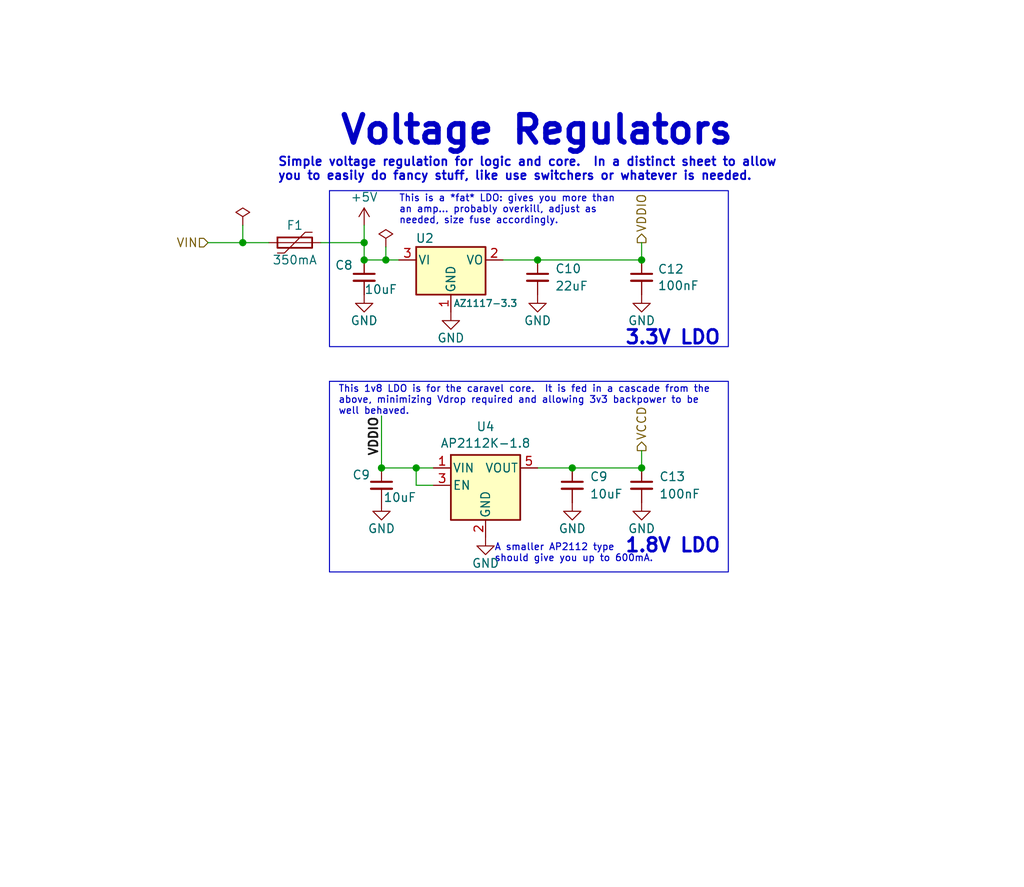
<source format=kicad_sch>
(kicad_sch (version 20230121) (generator eeschema)
  (paper "User" 150.012 129.997)
  (title_block (title "Voltage Regulation") (date "2023-09-30") (rev "1.1") (company "Psychogenic Technologies INC") (comment 1 "(C) 2023 Pat Deegan"))
  (lib_symbols
    (symbol "Device:C_Small" (pin_numbers hide) (pin_names (offset 0.254) hide)
      (property "Reference" "C" (at 0.254 1.778 0))
      (property "Value" "C_Small" (at 0.254 -2.032 0))
      (symbol "C_Small_0_1"
        (polyline (pts (xy -1.524 -0.508) (xy 1.524 -0.508)) (stroke (width 0.3302)))
        (polyline (pts (xy -1.524 0.508) (xy 1.524 0.508)) (stroke (width 0.3048)))
      )
      (symbol "C_Small_1_1"
        (pin passive line (at 0 2.54 270) (length 2.032) (name "~") (number "1"))
        (pin passive line (at 0 -2.54 90) (length 2.032) (name "~") (number "2"))
      )
    )
    (symbol "Device:Polyfuse" (pin_numbers hide) (pin_names (offset 0))
      (property "Reference" "F" (at -2.54 0 90))
      (property "Value" "Polyfuse" (at 2.54 0 90))
      (symbol "Polyfuse_0_1"
        (rectangle (start -0.762 2.54) (end 0.762 -2.54) (stroke (width 0.254)))
        (polyline (pts (xy 0 2.54) (xy 0 -2.54)))
        (polyline (pts (xy -1.524 2.54) (xy -1.524 1.524) (xy 1.524 -1.524) (xy 1.524 -2.54)))
      )
      (symbol "Polyfuse_1_1"
        (pin passive line (at 0 3.81 270) (length 1.27) (name "~") (number "1"))
        (pin passive line (at 0 -3.81 90) (length 1.27) (name "~") (number "2"))
      )
    )
    (symbol "Regulator_Linear:AP2112K-1.8" (pin_names (offset 0.254))
      (property "Reference" "U" (at -5.08 5.715 0))
      (property "Value" "AP2112K-1.8" (at 0 5.715 0))
      (symbol "AP2112K-1.8_0_1"
        (rectangle (start -5.08 4.445) (end 5.08 -5.08) (stroke (width 0.254)) (fill (type background)))
      )
      (symbol "AP2112K-1.8_1_1"
        (pin power_in line (at -7.62 2.54 0) (length 2.54) (name "VIN") (number "1"))
        (pin power_in line (at 0 -7.62 90) (length 2.54) (name "GND") (number "2"))
        (pin input line (at -7.62 0 0) (length 2.54) (name "EN") (number "3"))
        (pin no_connect line (at 5.08 0 180) (length 2.54) hide (name "NC") (number "4"))
        (pin power_out line (at 7.62 2.54 180) (length 2.54) (name "VOUT") (number "5"))
      )
    )
    (symbol "Regulator_Linear:AZ1117-3.3" (pin_names (offset 0.254))
      (property "Reference" "U" (at -3.81 3.175 0))
      (property "Value" "AZ1117-3.3" (at 0 3.175 0))
      (symbol "AZ1117-3.3_0_1"
        (rectangle (start -5.08 1.905) (end 5.08 -5.08) (stroke (width 0.254)) (fill (type background)))
      )
      (symbol "AZ1117-3.3_1_1"
        (pin power_in line (at 0 -7.62 90) (length 2.54) (name "GND") (number "1"))
        (pin power_out line (at 7.62 0 180) (length 2.54) (name "VO") (number "2"))
        (pin power_in line (at -7.62 0 0) (length 2.54) (name "VI") (number "3"))
      )
    )
    (symbol "power:+5V" (power) (pin_names (offset 0))
      (property "Value" "+5V" (at 0 3.556 0))
      (symbol "+5V_0_1"
        (polyline (pts (xy -0.762 1.27) (xy 0 2.54)))
        (polyline (pts (xy 0 0) (xy 0 2.54)))
        (polyline (pts (xy 0 2.54) (xy 0.762 1.27)))
      )
      (symbol "+5V_1_1"
        (pin power_in line (at 0 0 90) (length 0) hide (name "+5V") (number "1"))
      )
    )
    (symbol "power:GND" (power) (pin_names (offset 0))
      (property "Value" "GND" (at 0 -3.81 0))
      (symbol "GND_0_1"
        (polyline (pts (xy 0 0) (xy 0 -1.27) (xy 1.27 -1.27) (xy 0 -2.54) (xy -1.27 -1.27) (xy 0 -1.27)))
      )
      (symbol "GND_1_1"
        (pin power_in line (at 0 0 270) (length 0) hide (name "GND") (number "1"))
      )
    )
    (symbol "power:PWR_FLAG" (power) (pin_numbers hide) (pin_names (offset 0) hide)
      (property "Value" "PWR_FLAG" (at 0 3.81 0))
      (symbol "PWR_FLAG_0_0"
        (pin power_out line (at 0 0 90) (length 0) (name "pwr") (number "1"))
      )
      (symbol "PWR_FLAG_0_1"
        (polyline (pts (xy 0 0) (xy 0 1.27) (xy -1.016 1.905) (xy 0 2.54) (xy 1.016 1.905) (xy 0 1.27)))
      )
    )
  )
  (junction (at 56.515 38.1))
  (junction (at 93.98 68.58))
  (junction (at 93.98 38.1))
  (junction (at 35.56 35.56))
  (junction (at 83.82 68.58))
  (junction (at 55.88 68.58))
  (junction (at 60.96 68.58))
  (junction (at 78.74 38.1))
  (junction (at 53.34 38.1))
  (junction (at 53.34 35.56))
  (wire (pts (xy 46.99 35.56) (xy 53.34 35.56)))
  (wire (pts (xy 56.515 38.1) (xy 58.42 38.1)))
  (wire (pts (xy 78.74 68.58) (xy 83.82 68.58)))
  (wire (pts (xy 53.34 33.02) (xy 53.34 35.56)))
  (wire (pts (xy 55.88 68.58) (xy 60.96 68.58)))
  (wire (pts (xy 35.56 35.56) (xy 39.37 35.56)))
  (wire (pts (xy 35.56 33.02) (xy 35.56 35.56)))
  (wire (pts (xy 56.515 36.195) (xy 56.515 38.1)))
  (wire (pts (xy 55.88 60.96) (xy 55.88 68.58)))
  (wire (pts (xy 53.34 35.56) (xy 53.34 38.1)))
  (wire (pts (xy 60.96 68.58) (xy 63.5 68.58)))
  (wire (pts (xy 53.34 38.1) (xy 56.515 38.1)))
  (wire (pts (xy 83.82 68.58) (xy 93.98 68.58)))
  (wire (pts (xy 93.98 35.56) (xy 93.98 38.1)))
  (wire (pts (xy 60.96 71.12) (xy 60.96 68.58)))
  (wire (pts (xy 30.48 35.56) (xy 35.56 35.56)))
  (wire (pts (xy 63.5 71.12) (xy 60.96 71.12)))
  (wire (pts (xy 73.66 38.1) (xy 78.74 38.1)))
  (wire (pts (xy 93.98 66.04) (xy 93.98 68.58)))
  (wire (pts (xy 78.74 38.1) (xy 93.98 38.1)))
  (rectangle (start 48.26 27.94) (end 106.68 50.8))
  (rectangle (start 48.26 55.88) (end 106.68 83.82))
  (text "1.8V LDO" (at 91.44 81.28 0) (effects (font (size 2 2) (thickness 0.4) bold) (justify left bottom)))
  (text "3.3V LDO" (at 91.44 50.8 0) (effects (font (size 2 2) (thickness 0.4) bold) (justify left bottom)))
  (text "This 1v8 LDO is for the caravel core.  It is fed in a cascade from the\nabove, minimizing Vdrop required and allowing 3v3 backpower to be \nwell behaved.\n" (at 49.53 60.96 0) (effects (font (size 1 1)) (justify left bottom)))
  (text "This is a *fat* LDO: gives you more than \nan amp... probably overkill, adjust as \nneeded, size fuse accordingly." (at 58.42 33.02 0) (effects (font (size 1 1)) (justify left bottom)))
  (text "Voltage Regulators" (at 49.53 21.59 0) (effects (font (size 4 4) (thickness 0.8) bold) (justify left bottom)))
  (text "Simple voltage regulation for logic and core.  In a distinct sheet to allow\nyou to easily do fancy stuff, like use switchers or whatever is needed." (at 40.64 26.67 0) (effects (font (size 1.27 1.27) bold) (justify left bottom)))
  (text "A smaller AP2112 type\nshould give you up to 600mA." (at 72.39 82.55 0) (effects (font (size 1 1)) (justify left bottom)))
  (label "VDDIO" (at 55.88 60.96 270) (effects (font bold)))
  (hierarchical_label "VCCD" (shape output) (at 93.98 66.04 90))
  (hierarchical_label "VIN" (shape input) (at 30.48 35.56 180))
  (hierarchical_label "VDDIO" (shape output) (at 93.98 35.56 90))
  (symbol (lib_id "Regulator_Linear:AZ1117-3.3") (at 66.04 38.1 0) (unit 1)
    (property "Reference" "U2" (at 62.23 34.925 0))
    (property "Value" "AZ1117-3.3" (at 71.12 44.45 0) (effects (font (size 1 1))))
    (property "Footprint" "Package_TO_SOT_SMD:SOT-223-3_TabPin2" (effects hide))
    (property "Datasheet" "https://www.diodes.com/assets/Datasheets/AZ1117C.pdf" (effects hide))
    (property "MPN" "AZ1117IH-3.3TRG1" (effects hide))
    (instances (project "mpw-mb1" (path "" (reference "U2") (unit 1))) (project "tt-vga-clock" (path "" (reference "U2") (unit 1)) (path "" (reference "U3") (unit 1))))
  )
  (symbol (lib_id "power:+5V") (at 53.34 33.02 0) (unit 1)
    (property "Reference" "#PWR071" (effects hide))
    (property "Value" "+5V" (at 53.34 28.8869 0))
  )
  (symbol (lib_id "power:PWR_FLAG") (at 35.56 33.02 0) (unit 1)
    (property "Reference" "#FLG03" (effects hide))
    (property "Value" "PWR_FLAG" (effects hide))
    (instances (project "mpw-mb1" (path "" (reference "#FLG03") (unit 1))) (project "tt-vga-clock" (path "" (reference "#FLG01") (unit 1)) (path "" (reference "#FLG02") (unit 1))))
  )
  (symbol (lib_id "power:GND") (at 55.88 73.66 0) (unit 1)
    (property "Reference" "#PWR034" (effects hide))
    (property "Value" "GND" (at 55.88 77.47 0))
    (instances (project "mpw-mb1" (path "" (reference "#PWR034") (unit 1))) (project "tt-vga-clock" (path "" (reference "#PWR04") (unit 1)) (path "" (reference "#PWR073") (unit 1))))
  )
  (symbol (lib_id "Device:Polyfuse") (at 43.18 35.56 90) (unit 1)
    (property "Reference" "F1" (at 43.18 33.02 90))
    (property "Value" "350mA" (at 43.18 38.1 90))
    (property "Footprint" "Fuse:Fuse_0805_2012Metric" (effects hide))
    (property "MPN" "0ZCK0035FF2G" (effects hide))
  )
  (symbol (lib_id "Device:C_Small") (at 83.82 71.12 0) (unit 1)
    (property "Reference" "C9" (at 86.36 69.8562 0) (effects (justify left)))
    (property "Value" "10uF" (at 86.36 72.3962 0) (effects (justify left)))
    (property "Footprint" "Capacitor_SMD:C_0805_2012Metric" (effects hide))
    (instances (project "mpw-mb1" (path "" (reference "C9") (unit 1))) (project "tt-vga-clock" (path "" (reference "C2") (unit 1)) (path "" (reference "C21") (unit 1))))
  )
  (symbol (lib_id "Device:C_Small") (at 93.98 71.12 0) (unit 1)
    (property "Reference" "C13" (at 96.52 69.8562 0) (effects (justify left)))
    (property "Value" "100nF" (at 96.52 72.3962 0) (effects (justify left)))
    (property "Footprint" "Capacitor_SMD:C_0603_1608Metric" (effects hide))
    (instances (project "mpw-mb1" (path "" (reference "C13") (unit 1))) (project "tt-vga-clock" (path "" (reference "C6") (unit 1)) (path "" (reference "C23") (unit 1))))
  )
  (symbol (lib_id "power:GND") (at 93.98 43.18 0) (unit 1)
    (property "Reference" "#PWR050" (effects hide))
    (property "Value" "GND" (at 93.98 46.99 0))
    (instances (project "mpw-mb1" (path "" (reference "#PWR050") (unit 1))) (project "tt-vga-clock" (path "" (reference "#PWR010") (unit 1)) (path "" (reference "#PWR078") (unit 1))))
  )
  (symbol (lib_id "power:GND") (at 71.12 78.74 0) (unit 1)
    (property "Reference" "#PWR036" (effects hide))
    (property "Value" "GND" (at 71.12 82.55 0))
    (instances (project "mpw-mb1" (path "" (reference "#PWR036") (unit 1))) (project "tt-vga-clock" (path "" (reference "#PWR06") (unit 1)) (path "" (reference "#PWR075") (unit 1))))
  )
  (symbol (lib_id "Regulator_Linear:AP2112K-1.8") (at 71.12 71.12 0) (unit 1)
    (property "Reference" "U4" (at 71.12 62.5307 0))
    (property "Value" "AP2112K-1.8" (at 71.12 64.9549 0))
    (property "Footprint" "Package_TO_SOT_SMD:SOT-23-5" (effects hide))
    (property "Datasheet" "https://www.diodes.com/assets/Datasheets/AP2112.pdf" (effects hide))
  )
  (symbol (lib_id "Device:C_Small") (at 53.34 40.64 0) (unit 1)
    (property "Reference" "C8" (at 49.022 38.862 0) (effects (justify left)))
    (property "Value" "10uF" (at 53.34 42.418 0) (effects (justify left)))
    (property "Footprint" "Capacitor_SMD:C_0805_2012Metric" (effects hide))
    (instances (project "mpw-mb1" (path "" (reference "C8") (unit 1))) (project "tt-vga-clock" (path "" (reference "C1") (unit 1)) (path "" (reference "C18") (unit 1))))
  )
  (symbol (lib_id "power:PWR_FLAG") (at 56.515 36.195 0) (unit 1)
    (property "Reference" "#FLG03" (effects hide))
    (property "Value" "PWR_FLAG" (effects hide))
    (instances (project "mpw-mb1" (path "" (reference "#FLG03") (unit 1))) (project "tt-vga-clock" (path "" (reference "#FLG01") (unit 1)) (path "" (reference "#FLG03") (unit 1))))
  )
  (symbol (lib_id "Device:C_Small") (at 55.88 71.12 0) (unit 1)
    (property "Reference" "C9" (at 51.562 69.596 0) (effects (justify left)))
    (property "Value" "10uF" (at 56.134 72.898 0) (effects (justify left)))
    (property "Footprint" "Capacitor_SMD:C_0805_2012Metric" (effects hide))
    (instances (project "mpw-mb1" (path "" (reference "C9") (unit 1))) (project "tt-vga-clock" (path "" (reference "C2") (unit 1)) (path "" (reference "C19") (unit 1))))
  )
  (symbol (lib_id "power:GND") (at 78.74 43.18 0) (unit 1)
    (property "Reference" "#PWR041" (effects hide))
    (property "Value" "GND" (at 78.74 46.99 0))
    (instances (project "mpw-mb1" (path "" (reference "#PWR041") (unit 1))) (project "tt-vga-clock" (path "" (reference "#PWR07") (unit 1)) (path "" (reference "#PWR076") (unit 1))))
  )
  (symbol (lib_id "power:GND") (at 93.98 73.66 0) (unit 1)
    (property "Reference" "#PWR052" (effects hide))
    (property "Value" "GND" (at 93.98 77.47 0))
    (instances (project "mpw-mb1" (path "" (reference "#PWR052") (unit 1))) (project "tt-vga-clock" (path "" (reference "#PWR012") (unit 1)) (path "" (reference "#PWR079") (unit 1))))
  )
  (symbol (lib_id "power:GND") (at 83.82 73.66 0) (unit 1)
    (property "Reference" "#PWR042" (effects hide))
    (property "Value" "GND" (at 83.82 77.47 0))
    (instances (project "mpw-mb1" (path "" (reference "#PWR042") (unit 1))) (project "tt-vga-clock" (path "" (reference "#PWR08") (unit 1)) (path "" (reference "#PWR077") (unit 1))))
  )
  (symbol (lib_id "power:GND") (at 66.04 45.72 0) (unit 1)
    (property "Reference" "#PWR035" (effects hide))
    (property "Value" "GND" (at 66.04 49.53 0))
    (instances (project "mpw-mb1" (path "" (reference "#PWR035") (unit 1))) (project "tt-vga-clock" (path "" (reference "#PWR05") (unit 1)) (path "" (reference "#PWR074") (unit 1))))
  )
  (symbol (lib_id "Device:C_Small") (at 93.98 40.64 0) (unit 1)
    (property "Reference" "C12" (at 96.3041 39.4342 0) (effects (justify left)))
    (property "Value" "100nF" (at 96.3041 41.8584 0) (effects (justify left)))
    (property "Footprint" "Capacitor_SMD:C_0603_1608Metric" (effects hide))
    (instances (project "mpw-mb1" (path "" (reference "C12") (unit 1))) (project "tt-vga-clock" (path "" (reference "C5") (unit 1)) (path "" (reference "C22") (unit 1))))
  )
  (symbol (lib_id "power:GND") (at 53.34 43.18 0) (unit 1)
    (property "Reference" "#PWR032" (effects hide))
    (property "Value" "GND" (at 53.34 46.99 0))
    (instances (project "mpw-mb1" (path "" (reference "#PWR032") (unit 1))) (project "tt-vga-clock" (path "" (reference "#PWR02") (unit 1)) (path "" (reference "#PWR072") (unit 1))))
  )
  (symbol (lib_id "Device:C_Small") (at 78.74 40.64 0) (unit 1)
    (property "Reference" "C10" (at 81.28 39.3762 0) (effects (justify left)))
    (property "Value" "22uF" (at 81.28 41.9162 0) (effects (justify left)))
    (property "Footprint" "Capacitor_SMD:C_0805_2012Metric" (effects hide))
    (instances (project "mpw-mb1" (path "" (reference "C10") (unit 1))) (project "tt-vga-clock" (path "" (reference "C3") (unit 1)) (path "" (reference "C20") (unit 1))))
  )
)
</source>
